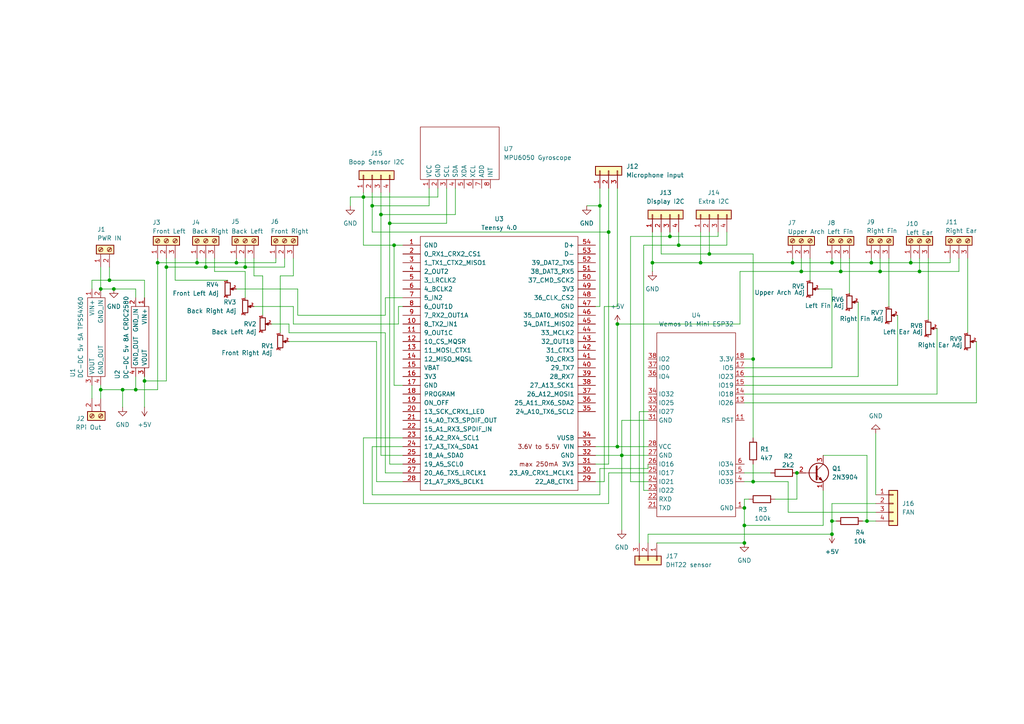
<source format=kicad_sch>
(kicad_sch (version 20250114) (generator "eeschema") (generator_version "9.0")
  (paper "A4")
  (lib_symbols
    (symbol "Aliexpress:DC_DC_5V_5A_TPS54X60"
      (property "Reference" "U" (at 0 1.27 0))
      (property "Value" "DC-DC 5v 5A TPS54X60" (at 1.27 -7.62 0))
      (symbol "DC_DC_5V_5A_TPS54X60_0_1"
        (rectangle (start -11.43 2.54) (end 11.43 -2.54))
      )
      (symbol "DC_DC_5V_5A_TPS54X60_1_1"
        (pin power_in line (at -13.97 1.27 0) (length 2.54) (name "GND_IN") (number "2"))
        (pin power_in line (at -13.97 -1.27 0) (length 2.54) (name "VIN+") (number "1"))
        (pin passive line (at 13.97 1.27 180) (length 2.54) (name "GND_OUT") (number "4"))
        (pin power_out line (at 13.97 -1.27 180) (length 2.54) (name "VOUT") (number "3"))
      )
    )
    (symbol "Aliexpress:DC_DC_5V_8A_CRDC2580"
      (property "Reference" "U" (at 0 1.27 0))
      (property "Value" "DC-DC 5v 8A CRDC2580" (at 1.27 -7.62 0))
      (symbol "DC_DC_5V_8A_CRDC2580_0_1"
        (rectangle (start -8.89 2.54) (end 8.89 -2.54))
      )
      (symbol "DC_DC_5V_8A_CRDC2580_1_1"
        (pin power_in line (at -11.43 1.27 0) (length 2.54) (name "VIN+") (number "1"))
        (pin power_in line (at -11.43 -1.27 0) (length 2.54) (name "GND_IN") (number "2"))
        (pin power_out line (at 11.43 1.27 180) (length 2.54) (name "VOUT") (number "3"))
        (pin passive line (at 11.43 -1.27 180) (length 2.54) (name "GND_OUT") (number "4"))
      )
    )
    (symbol "Aliexpress:ESP32_MIN132_V_1_0_0"
      (property "Reference" "U" (at 0 0 0))
      (property "Value" "ESP32 Mini" (at 0 -2.032 0))
      (symbol "ESP32_MIN132_V_1_0_0_0_1"
        (rectangle (start -11.43 25.4) (end 11.43 -27.94))
      )
      (symbol "ESP32_MIN132_V_1_0_0_1_1"
        (pin power_in line (at -13.97 22.86 0) (length 2.54) (name "GND") (number "1"))
        (pin no_connect line (at -13.97 20.32 0) (length 2.54) (hide yes) (name "NC") (number "2"))
        (pin input line (at -13.97 17.78 0) (length 2.54) (hide yes) (name "SVN") (number "3"))
        (pin bidirectional line (at -13.97 15.24 0) (length 2.54) (name "IO35") (number "4"))
        (pin bidirectional line (at -13.97 12.7 0) (length 2.54) (name "IO33") (number "5"))
        (pin bidirectional line (at -13.97 10.16 0) (length 2.54) (name "IO34") (number "6"))
        (pin bidirectional line (at -13.97 7.62 0) (length 2.54) (hide yes) (name "TMS") (number "7"))
        (pin passive line (at -13.97 5.08 0) (length 2.54) (hide yes) (name "NC") (number "8"))
        (pin bidirectional line (at -13.97 2.54 0) (length 2.54) (hide yes) (name "SD2") (number "9"))
        (pin input line (at -13.97 0 0) (length 2.54) (hide yes) (name "CMD") (number "10"))
        (pin input line (at -13.97 -2.54 0) (length 2.54) (name "RST") (number "11"))
        (pin input line (at -13.97 -5.08 0) (length 2.54) (hide yes) (name "SVP") (number "12"))
        (pin bidirectional line (at -13.97 -7.62 0) (length 2.54) (name "IO26") (number "13"))
        (pin bidirectional line (at -13.97 -10.16 0) (length 2.54) (name "IO18") (number "14"))
        (pin bidirectional line (at -13.97 -12.7 0) (length 2.54) (name "IO19") (number "15"))
        (pin bidirectional line (at -13.97 -15.24 0) (length 2.54) (name "IO23") (number "16"))
        (pin bidirectional line (at -13.97 -17.78 0) (length 2.54) (name "IO5") (number "17"))
        (pin power_out line (at -13.97 -20.32 0) (length 2.54) (name "3.3V") (number "18"))
        (pin bidirectional line (at -13.97 -22.86 0) (length 2.54) (hide yes) (name "TCK") (number "19"))
        (pin bidirectional line (at -13.97 -25.4 0) (length 2.54) (hide yes) (name "SD3") (number "20"))
        (pin output line (at 13.97 22.86 180) (length 2.54) (name "TXD") (number "21"))
        (pin input line (at 13.97 20.32 180) (length 2.54) (name "RXD") (number "22"))
        (pin bidirectional line (at 13.97 17.78 180) (length 2.54) (name "IO22") (number "23"))
        (pin bidirectional line (at 13.97 15.24 180) (length 2.54) (name "IO21") (number "24"))
        (pin bidirectional line (at 13.97 12.7 180) (length 2.54) (name "IO17") (number "25"))
        (pin bidirectional line (at 13.97 10.16 180) (length 2.54) (name "IO16") (number "26"))
        (pin power_in line (at 13.97 7.62 180) (length 2.54) (name "GND") (number "27"))
        (pin power_in line (at 13.97 5.08 180) (length 2.54) (name "VCC") (number "28"))
        (pin bidirectional line (at 13.97 2.54 180) (length 2.54) (hide yes) (name "TDO") (number "29"))
        (pin bidirectional line (at 13.97 0 180) (length 2.54) (hide yes) (name "SDD") (number "30"))
        (pin power_in line (at 13.97 -2.54 180) (length 2.54) (name "GND") (number "31"))
        (pin bidirectional line (at 13.97 -5.08 180) (length 2.54) (name "IO27") (number "32"))
        (pin bidirectional line (at 13.97 -7.62 180) (length 2.54) (name "IO25") (number "33"))
        (pin bidirectional line (at 13.97 -10.16 180) (length 2.54) (name "IO32") (number "34"))
        (pin bidirectional line (at 13.97 -12.7 180) (length 2.54) (hide yes) (name "TDI") (number "35"))
        (pin bidirectional line (at 13.97 -15.24 180) (length 2.54) (name "IO4") (number "36"))
        (pin bidirectional line (at 13.97 -17.78 180) (length 2.54) (name "IO0") (number "37"))
        (pin bidirectional line (at 13.97 -20.32 180) (length 2.54) (name "IO2") (number "38"))
        (pin bidirectional line (at 13.97 -22.86 180) (length 2.54) (hide yes) (name "SD1") (number "39"))
        (pin output line (at 13.97 -25.4 180) (length 2.54) (hide yes) (name "CLK") (number "40"))
      )
    )
    (symbol "Aliexpress:GYRO_MPU6050"
      (property "Reference" "U" (at 0 0 0))
      (property "Value" "MPU6050 Gyroscope" (at 0.508 -13.462 0))
      (symbol "GYRO_MPU6050_0_1"
        (rectangle (start -7.62 11.43) (end 7.62 -11.43))
      )
      (symbol "GYRO_MPU6050_1_1"
        (pin power_in line (at -10.16 8.89 0) (length 2.54) (name "VCC") (number "1"))
        (pin power_in line (at -10.16 6.35 0) (length 2.54) (name "GND") (number "2"))
        (pin input line (at -10.16 3.81 0) (length 2.54) (name "SCL") (number "3"))
        (pin bidirectional line (at -10.16 1.27 0) (length 2.54) (name "SDA") (number "4"))
        (pin bidirectional line (at -10.16 -1.27 0) (length 2.54) (name "XDA") (number "5"))
        (pin input line (at -10.16 -3.81 0) (length 2.54) (name "XCL") (number "6"))
        (pin input line (at -10.16 -6.35 0) (length 2.54) (name "ADD") (number "7"))
        (pin output line (at -10.16 -8.89 0) (length 2.54) (name "INT") (number "8"))
      )
    )
    (symbol "Aliexpress:TEENSY_4_0" (pin_names (offset 1.016))
      (property "Reference" "U" (at 0 39.37 0))
      (property "Value" "TEENSY_4_0" (at 0 -39.37 0))
      (symbol "TEENSY_4_0_0_0"
        (text "3.6V to 5.5V" (at 11.43 -24.13 0) (effects (font (size 1.27 1.27))))
        (text "max 250mA" (at 11.43 -29.21 0) (effects (font (size 1.27 1.27))))
        (pin bidirectional line (at -27.94 24.13 0) (length 5.08) (name "3_LRCLK2") (number "5"))
        (pin bidirectional line (at -27.94 21.59 0) (length 5.08) (name "4_BCLK2") (number "6"))
        (pin bidirectional line (at -27.94 19.05 0) (length 5.08) (name "5_IN2") (number "7"))
        (pin bidirectional line (at -27.94 16.51 0) (length 5.08) (name "6_OUT1D") (number "8"))
        (pin bidirectional line (at -27.94 13.97 0) (length 5.08) (name "7_RX2_OUT1A") (number "9"))
        (pin bidirectional line (at -27.94 11.43 0) (length 5.08) (name "8_TX2_IN1") (number "10"))
        (pin bidirectional line (at -27.94 8.89 0) (length 5.08) (name "9_OUT1C") (number "11"))
        (pin bidirectional line (at -27.94 6.35 0) (length 5.08) (name "10_CS_MQSR") (number "12"))
        (pin bidirectional line (at -27.94 3.81 0) (length 5.08) (name "11_MOSI_CTX1") (number "13"))
        (pin bidirectional line (at -27.94 1.27 0) (length 5.08) (name "12_MISO_MQSL") (number "14"))
        (pin power_in line (at -27.94 -1.27 0) (length 5.08) (name "VBAT") (number "15"))
        (pin power_in line (at -27.94 -3.81 0) (length 5.08) (name "3V3") (number "16"))
        (pin power_in line (at -27.94 -6.35 0) (length 5.08) (name "GND") (number "17"))
        (pin input line (at -27.94 -8.89 0) (length 5.08) (name "PROGRAM") (number "18"))
        (pin input line (at -27.94 -11.43 0) (length 5.08) (name "ON_OFF") (number "19"))
        (pin bidirectional line (at -27.94 -13.97 0) (length 5.08) (name "13_SCK_CRX1_LED") (number "20"))
        (pin bidirectional line (at -27.94 -16.51 0) (length 5.08) (name "14_A0_TX3_SPDIF_OUT") (number "21"))
        (pin bidirectional line (at -27.94 -19.05 0) (length 5.08) (name "15_A1_RX3_SPDIF_IN") (number "22"))
        (pin bidirectional line (at -27.94 -21.59 0) (length 5.08) (name "16_A2_RX4_SCL1") (number "23"))
        (pin bidirectional line (at -27.94 -24.13 0) (length 5.08) (name "17_A3_TX4_SDA1") (number "24"))
        (pin bidirectional line (at -27.94 -26.67 0) (length 5.08) (name "18_A4_SDA0") (number "25"))
        (pin bidirectional line (at -27.94 -29.21 0) (length 5.08) (name "19_A5_SCL0") (number "26"))
        (pin bidirectional line (at -27.94 -31.75 0) (length 5.08) (name "20_A6_TX5_LRCLK1") (number "27"))
        (pin bidirectional line (at -27.94 -34.29 0) (length 5.08) (name "21_A7_RX5_BCLK1") (number "28"))
        (pin bidirectional line (at 27.94 34.29 180) (length 5.08) (name "D+") (number "54"))
        (pin bidirectional line (at 27.94 31.75 180) (length 5.08) (name "D-") (number "53"))
        (pin bidirectional line (at 27.94 29.21 180) (length 5.08) (name "39_DAT2_TX5") (number "52"))
        (pin bidirectional line (at 27.94 26.67 180) (length 5.08) (name "38_DAT3_RX5") (number "51"))
        (pin bidirectional line (at 27.94 24.13 180) (length 5.08) (name "37_CMD_SCK2") (number "50"))
        (pin power_out line (at 27.94 21.59 180) (length 5.08) (name "3V3") (number "49"))
        (pin bidirectional line (at 27.94 19.05 180) (length 5.08) (name "36_CLK_CS2") (number "48"))
        (pin power_out line (at 27.94 16.51 180) (length 5.08) (name "GND") (number "47"))
        (pin bidirectional line (at 27.94 13.97 180) (length 5.08) (name "35_DAT0_MOSI2") (number "46"))
        (pin bidirectional line (at 27.94 11.43 180) (length 5.08) (name "34_DAT1_MISO2") (number "45"))
        (pin bidirectional line (at 27.94 8.89 180) (length 5.08) (name "33_MCLK2") (number "44"))
        (pin bidirectional line (at 27.94 6.35 180) (length 5.08) (name "32_OUT1B") (number "43"))
        (pin bidirectional line (at 27.94 3.81 180) (length 5.08) (name "31_CTX3") (number "42"))
        (pin bidirectional line (at 27.94 1.27 180) (length 5.08) (name "30_CRX3") (number "41"))
        (pin bidirectional line (at 27.94 -1.27 180) (length 5.08) (name "29_TX7") (number "40"))
        (pin bidirectional line (at 27.94 -3.81 180) (length 5.08) (name "28_RX7") (number "39"))
        (pin bidirectional line (at 27.94 -6.35 180) (length 5.08) (name "27_A13_SCK1") (number "38"))
        (pin bidirectional line (at 27.94 -8.89 180) (length 5.08) (name "26_A12_MOSI1") (number "37"))
        (pin bidirectional line (at 27.94 -11.43 180) (length 5.08) (name "25_A11_RX6_SDA2") (number "36"))
        (pin bidirectional line (at 27.94 -13.97 180) (length 5.08) (name "24_A10_TX6_SCL2") (number "35"))
        (pin power_out line (at 27.94 -21.59 180) (length 5.08) (name "VUSB") (number "34"))
        (pin power_in line (at 27.94 -24.13 180) (length 5.08) (name "VIN") (number "33"))
        (pin power_in line (at 27.94 -26.67 180) (length 5.08) (name "GND") (number "32"))
        (pin power_out line (at 27.94 -29.21 180) (length 5.08) (name "3V3") (number "31"))
        (pin bidirectional line (at 27.94 -31.75 180) (length 5.08) (name "23_A9_CRX1_MCLK1") (number "30"))
        (pin bidirectional line (at 27.94 -34.29 180) (length 5.08) (name "22_A8_CTX1") (number "29"))
      )
      (symbol "TEENSY_4_0_0_1"
        (rectangle (start -22.86 36.83) (end 22.86 -36.83))
        (rectangle (start -20.32 -31.75) (end -20.32 -31.75))
      )
      (symbol "TEENSY_4_0_1_1"
        (pin power_in line (at -27.94 34.29 0) (length 5.08) (name "GND") (number "1"))
        (pin bidirectional line (at -27.94 31.75 0) (length 5.08) (name "0_RX1_CRX2_CS1") (number "2"))
        (pin bidirectional line (at -27.94 29.21 0) (length 5.08) (name "1_TX1_CTX2_MISO1") (number "3"))
        (pin bidirectional line (at -27.94 26.67 0) (length 5.08) (name "2_OUT2") (number "4"))
      )
    )
    (symbol "Connector:Screw_Terminal_01x02" (pin_names (offset 1.016) (hide yes))
      (property "Reference" "J" (at 0 2.54 0))
      (property "Value" "Screw_Terminal_01x02" (at 0 -5.08 0))
      (symbol "Screw_Terminal_01x02_1_1"
        (rectangle (start -1.27 1.27) (end 1.27 -3.81) (stroke (width 0.254)) (fill (type background)))
        (polyline (pts (xy -0.5334 0.3302) (xy 0.3302 -0.508)) (stroke (width 0.1524)))
        (polyline (pts (xy -0.5334 -2.2098) (xy 0.3302 -3.048)) (stroke (width 0.1524)))
        (polyline (pts (xy -0.3556 0.508) (xy 0.508 -0.3302)) (stroke (width 0.1524)))
        (polyline (pts (xy -0.3556 -2.032) (xy 0.508 -2.8702)) (stroke (width 0.1524)))
        (circle (center 0 0) (radius 0.635) (stroke (width 0.1524)))
        (circle (center 0 -2.54) (radius 0.635) (stroke (width 0.1524)))
        (pin passive line (at -5.08 0 0) (length 3.81) (name "Pin_1") (number "1"))
        (pin passive line (at -5.08 -2.54 0) (length 3.81) (name "Pin_2") (number "2"))
      )
    )
    (symbol "Connector:Screw_Terminal_01x03" (pin_names (offset 1.016) (hide yes))
      (property "Reference" "J" (at 0 5.08 0))
      (property "Value" "Screw_Terminal_01x03" (at 0 -5.08 0))
      (symbol "Screw_Terminal_01x03_1_1"
        (rectangle (start -1.27 3.81) (end 1.27 -3.81) (stroke (width 0.254)) (fill (type background)))
        (polyline (pts (xy -0.5334 2.8702) (xy 0.3302 2.032)) (stroke (width 0.1524)))
        (polyline (pts (xy -0.5334 0.3302) (xy 0.3302 -0.508)) (stroke (width 0.1524)))
        (polyline (pts (xy -0.5334 -2.2098) (xy 0.3302 -3.048)) (stroke (width 0.1524)))
        (polyline (pts (xy -0.3556 3.048) (xy 0.508 2.2098)) (stroke (width 0.1524)))
        (polyline (pts (xy -0.3556 0.508) (xy 0.508 -0.3302)) (stroke (width 0.1524)))
        (polyline (pts (xy -0.3556 -2.032) (xy 0.508 -2.8702)) (stroke (width 0.1524)))
        (circle (center 0 2.54) (radius 0.635) (stroke (width 0.1524)))
        (circle (center 0 0) (radius 0.635) (stroke (width 0.1524)))
        (circle (center 0 -2.54) (radius 0.635) (stroke (width 0.1524)))
        (pin passive line (at -5.08 2.54 0) (length 3.81) (name "Pin_1") (number "1"))
        (pin passive line (at -5.08 0 0) (length 3.81) (name "Pin_2") (number "2"))
        (pin passive line (at -5.08 -2.54 0) (length 3.81) (name "Pin_3") (number "3"))
      )
    )
    (symbol "Connector_Generic:Conn_01x03" (pin_names (offset 1.016) (hide yes))
      (property "Reference" "J" (at 0 5.08 0))
      (property "Value" "Conn_01x03" (at 0 -5.08 0))
      (symbol "Conn_01x03_1_1"
        (rectangle (start -1.27 3.81) (end 1.27 -3.81) (stroke (width 0.254)) (fill (type background)))
        (rectangle (start -1.27 2.667) (end 0 2.413) (stroke (width 0.1524)))
        (rectangle (start -1.27 0.127) (end 0 -0.127) (stroke (width 0.1524)))
        (rectangle (start -1.27 -2.413) (end 0 -2.667) (stroke (width 0.1524)))
        (pin passive line (at -5.08 2.54 0) (length 3.81) (name "Pin_1") (number "1"))
        (pin passive line (at -5.08 0 0) (length 3.81) (name "Pin_2") (number "2"))
        (pin passive line (at -5.08 -2.54 0) (length 3.81) (name "Pin_3") (number "3"))
      )
    )
    (symbol "Connector_Generic:Conn_01x04" (pin_names (offset 1.016) (hide yes))
      (property "Reference" "J" (at 0 5.08 0))
      (property "Value" "Conn_01x04" (at 0 -7.62 0))
      (symbol "Conn_01x04_1_1"
        (rectangle (start -1.27 3.81) (end 1.27 -6.35) (stroke (width 0.254)) (fill (type background)))
        (rectangle (start -1.27 2.667) (end 0 2.413) (stroke (width 0.1524)))
        (rectangle (start -1.27 0.127) (end 0 -0.127) (stroke (width 0.1524)))
        (rectangle (start -1.27 -2.413) (end 0 -2.667) (stroke (width 0.1524)))
        (rectangle (start -1.27 -4.953) (end 0 -5.207) (stroke (width 0.1524)))
        (pin passive line (at -5.08 2.54 0) (length 3.81) (name "Pin_1") (number "1"))
        (pin passive line (at -5.08 0 0) (length 3.81) (name "Pin_2") (number "2"))
        (pin passive line (at -5.08 -2.54 0) (length 3.81) (name "Pin_3") (number "3"))
        (pin passive line (at -5.08 -5.08 0) (length 3.81) (name "Pin_4") (number "4"))
      )
    )
    (symbol "Device:R" (pin_numbers (hide yes)) (pin_names (offset 0))
      (property "Reference" "R" (at 2.032 0 90))
      (property "Value" "R" (at 0 0 90))
      (symbol "R_0_1"
        (rectangle (start -1.016 -2.54) (end 1.016 2.54) (stroke (width 0.254)))
      )
      (symbol "R_1_1"
        (pin passive line (at 0 3.81 270) (length 1.27) (name "~") (number "1"))
        (pin passive line (at 0 -3.81 90) (length 1.27) (name "~") (number "2"))
      )
    )
    (symbol "Device:R_Potentiometer_Small" (pin_names (offset 1.016) (hide yes))
      (property "Reference" "RV" (at -4.445 0 90))
      (property "Value" "R_Potentiometer_Small" (at -2.54 0 90))
      (symbol "R_Potentiometer_Small_0_1"
        (rectangle (start 0.762 1.8034) (end -0.762 -1.8034) (stroke (width 0.254)))
        (polyline (pts (xy 0.889 0) (xy 0.635 0) (xy 1.651 0.381) (xy 1.651 -0.381) (xy 0.635 0) (xy 0.889 0)) (fill (type outline)))
      )
      (symbol "R_Potentiometer_Small_1_1"
        (pin passive line (at 0 2.54 270) (length 0.635) (name "1") (number "1"))
        (pin passive line (at 0 -2.54 90) (length 0.635) (name "3") (number "3"))
        (pin passive line (at 2.54 0 180) (length 0.9906) (name "2") (number "2"))
      )
    )
    (symbol "Transistor_BJT:2N3904" (pin_names (offset 0) (hide yes))
      (property "Reference" "Q" (at 5.08 1.905 0))
      (property "Value" "2N3904" (at 5.08 0 0))
      (symbol "2N3904_0_1"
        (polyline (pts (xy -2.54 0) (xy 0.635 0)))
        (polyline (pts (xy 0.635 1.905) (xy 0.635 -1.905)) (stroke (width 0.508)))
        (circle (center 1.27 0) (radius 2.8194) (stroke (width 0.254)))
      )
      (symbol "2N3904_1_1"
        (polyline (pts (xy 0.635 0.635) (xy 2.54 2.54)))
        (polyline (pts (xy 0.635 -0.635) (xy 2.54 -2.54)))
        (polyline (pts (xy 1.27 -1.778) (xy 1.778 -1.27) (xy 2.286 -2.286) (xy 1.27 -1.778)) (fill (type outline)))
        (pin input line (at -5.08 0 0) (length 2.54) (name "B") (number "2"))
        (pin passive line (at 2.54 5.08 270) (length 2.54) (name "C") (number "3"))
        (pin passive line (at 2.54 -5.08 90) (length 2.54) (name "E") (number "1"))
      )
    )
    (symbol "power:+5V" (power) (pin_numbers (hide yes)) (pin_names (offset 0) (hide yes))
      (property "Value" "+5V" (at 0 3.556 0))
      (symbol "+5V_0_1"
        (polyline (pts (xy -0.762 1.27) (xy 0 2.54)))
        (polyline (pts (xy 0 2.54) (xy 0.762 1.27)))
        (polyline (pts (xy 0 0) (xy 0 2.54)))
      )
      (symbol "+5V_1_1"
        (pin power_in line (at 0 0 90) (length 0) (name "~") (number "1"))
      )
    )
    (symbol "power:GND" (power) (pin_numbers (hide yes)) (pin_names (offset 0) (hide yes))
      (property "Value" "GND" (at 0 -3.81 0))
      (symbol "GND_0_1"
        (polyline (pts (xy 0 0) (xy 0 -1.27) (xy 1.27 -1.27) (xy 0 -2.54) (xy -1.27 -1.27) (xy 0 -1.27)))
      )
      (symbol "GND_1_1"
        (pin power_in line (at 0 0 270) (length 0) (name "~") (number "1"))
      )
    )
  )
  (junction (at 215.9 157.48))
  (junction (at 179.07 129.54))
  (junction (at 107.95 59.69))
  (junction (at 215.9 147.32))
  (junction (at 229.87 76.2))
  (junction (at 255.27 78.74))
  (junction (at 31.75 81.28))
  (junction (at 264.16 76.2))
  (junction (at 232.41 78.74))
  (junction (at 251.46 151.13))
  (junction (at 29.21 83.82))
  (junction (at 241.3 76.2))
  (junction (at 110.49 62.23))
  (junction (at 39.37 113.03))
  (junction (at 45.72 76.2))
  (junction (at 252.73 76.2))
  (junction (at 35.56 113.03))
  (junction (at 71.12 77.47))
  (junction (at 241.3 154.94))
  (junction (at 194.31 68.58))
  (junction (at 59.69 77.47))
  (junction (at 189.23 76.2))
  (junction (at 243.84 78.74))
  (junction (at 68.58 76.2))
  (junction (at 29.21 113.03))
  (junction (at 41.91 110.49))
  (junction (at 176.53 67.31))
  (junction (at 218.44 139.7))
  (junction (at 179.07 93.98))
  (junction (at 33.02 83.82))
  (junction (at 57.15 76.2))
  (junction (at 218.44 104.14))
  (junction (at 196.85 71.12))
  (junction (at 205.74 73.66))
  (junction (at 215.9 152.4))
  (junction (at 114.3 71.12))
  (junction (at 203.2 76.2))
  (junction (at 105.41 57.15))
  (junction (at 180.34 132.08))
  (junction (at 231.14 137.16))
  (junction (at 266.7 78.74))
  (junction (at 48.26 77.47))
  (junction (at 173.99 59.69))
  (junction (at 241.3 151.13))
  (junction (at 113.03 64.77))
  (wire (pts (xy 194.31 68.58) (xy 194.31 67.31)))
  (wire (pts (xy 111.76 96.52) (xy 111.76 137.16)))
  (wire (pts (xy 208.28 68.58) (xy 208.28 67.31)))
  (wire (pts (xy 205.74 73.66) (xy 205.74 67.31)))
  (wire (pts (xy 80.01 76.2) (xy 80.01 74.93)))
  (wire (pts (xy 132.08 62.23) (xy 132.08 54.61)))
  (wire (pts (xy 45.72 74.93) (xy 45.72 76.2)))
  (wire (pts (xy 113.03 64.77) (xy 113.03 134.62)))
  (wire (pts (xy 48.26 77.47) (xy 59.69 77.47)))
  (wire (pts (xy 187.96 135.89) (xy 187.96 134.62)))
  (wire (pts (xy 269.24 74.93) (xy 269.24 92.71)))
  (wire (pts (xy 41.91 118.11) (xy 41.91 110.49)))
  (wire (pts (xy 68.58 76.2) (xy 80.01 76.2)))
  (wire (pts (xy 114.3 71.12) (xy 105.41 71.12)))
  (wire (pts (xy 251.46 132.08) (xy 251.46 151.13)))
  (wire (pts (xy 175.26 88.9) (xy 179.07 88.9)))
  (wire (pts (xy 86.36 91.44) (xy 111.76 91.44)))
  (wire (pts (xy 35.56 113.03) (xy 39.37 113.03)))
  (wire (pts (xy 255.27 78.74) (xy 255.27 74.93)))
  (wire (pts (xy 109.22 139.7) (xy 109.22 99.06)))
  (wire (pts (xy 83.82 93.98) (xy 78.74 93.98)))
  (wire (pts (xy 214.63 78.74) (xy 214.63 93.98)))
  (wire (pts (xy 111.76 137.16) (xy 116.84 137.16)))
  (wire (pts (xy 215.9 109.22) (xy 248.92 109.22)))
  (wire (pts (xy 215.9 111.76) (xy 260.35 111.76)))
  (wire (pts (xy 215.9 116.84) (xy 283.21 116.84)))
  (wire (pts (xy 215.9 104.14) (xy 218.44 104.14)))
  (wire (pts (xy 81.28 80.01) (xy 81.28 96.52)))
  (wire (pts (xy 280.67 74.93) (xy 280.67 96.52)))
  (wire (pts (xy 41.91 86.36) (xy 41.91 81.28)))
  (wire (pts (xy 242.57 151.13) (xy 241.3 151.13)))
  (wire (pts (xy 114.3 111.76) (xy 114.3 71.12)))
  (wire (pts (xy 252.73 76.2) (xy 252.73 74.93)))
  (wire (pts (xy 29.21 113.03) (xy 29.21 115.57)))
  (wire (pts (xy 179.07 129.54) (xy 179.07 93.98)))
  (wire (pts (xy 41.91 110.49) (xy 48.26 110.49)))
  (wire (pts (xy 241.3 83.82) (xy 237.49 83.82)))
  (wire (pts (xy 48.26 77.47) (xy 48.26 110.49)))
  (wire (pts (xy 129.54 64.77) (xy 113.03 64.77)))
  (wire (pts (xy 271.78 95.25) (xy 271.78 114.3)))
  (wire (pts (xy 215.9 152.4) (xy 215.9 157.48)))
  (wire (pts (xy 115.57 88.9) (xy 116.84 88.9)))
  (wire (pts (xy 215.9 114.3) (xy 271.78 114.3)))
  (wire (pts (xy 110.49 132.08) (xy 116.84 132.08)))
  (wire (pts (xy 29.21 111.76) (xy 29.21 113.03)))
  (wire (pts (xy 215.9 144.78) (xy 215.9 147.32)))
  (wire (pts (xy 107.95 55.88) (xy 107.95 59.69)))
  (wire (pts (xy 59.69 77.47) (xy 71.12 77.47)))
  (wire (pts (xy 66.04 81.28) (xy 50.8 81.28)))
  (wire (pts (xy 110.49 55.88) (xy 110.49 62.23)))
  (wire (pts (xy 85.09 80.01) (xy 85.09 74.93)))
  (wire (pts (xy 45.72 76.2) (xy 45.72 113.03)))
  (wire (pts (xy 62.23 78.74) (xy 62.23 74.93)))
  (wire (pts (xy 264.16 76.2) (xy 264.16 74.93)))
  (wire (pts (xy 179.07 93.98) (xy 214.63 93.98)))
  (wire (pts (xy 180.34 121.92) (xy 180.34 132.08)))
  (wire (pts (xy 113.03 55.88) (xy 113.03 64.77)))
  (wire (pts (xy 111.76 86.36) (xy 111.76 91.44)))
  (wire (pts (xy 187.96 142.24) (xy 186.69 142.24)))
  (wire (pts (xy 241.3 146.05) (xy 241.3 151.13)))
  (wire (pts (xy 76.2 91.44) (xy 76.2 80.01)))
  (wire (pts (xy 203.2 67.31) (xy 203.2 76.2)))
  (wire (pts (xy 39.37 86.36) (xy 39.37 83.82)))
  (wire (pts (xy 186.69 142.24) (xy 186.69 71.12)))
  (wire (pts (xy 176.53 67.31) (xy 176.53 134.62)))
  (wire (pts (xy 33.02 83.82) (xy 39.37 83.82)))
  (wire (pts (xy 179.07 88.9) (xy 179.07 54.61)))
  (wire (pts (xy 241.3 76.2) (xy 252.73 76.2)))
  (wire (pts (xy 29.21 77.47) (xy 29.21 83.82)))
  (wire (pts (xy 173.99 59.69) (xy 173.99 88.9)))
  (wire (pts (xy 110.49 62.23) (xy 132.08 62.23)))
  (wire (pts (xy 205.74 73.66) (xy 218.44 73.66)))
  (wire (pts (xy 109.22 139.7) (xy 116.84 139.7)))
  (wire (pts (xy 185.42 119.38) (xy 185.42 157.48)))
  (wire (pts (xy 57.15 76.2) (xy 57.15 74.93)))
  (wire (pts (xy 191.77 73.66) (xy 191.77 67.31)))
  (wire (pts (xy 176.53 134.62) (xy 172.72 134.62)))
  (wire (pts (xy 238.76 142.24) (xy 238.76 152.4)))
  (wire (pts (xy 218.44 139.7) (xy 218.44 134.62)))
  (wire (pts (xy 243.84 78.74) (xy 255.27 78.74)))
  (wire (pts (xy 172.72 132.08) (xy 180.34 132.08)))
  (wire (pts (xy 82.55 77.47) (xy 82.55 74.93)))
  (wire (pts (xy 57.15 76.2) (xy 68.58 76.2)))
  (wire (pts (xy 190.5 157.48) (xy 215.9 157.48)))
  (wire (pts (xy 85.09 93.98) (xy 115.57 93.98)))
  (wire (pts (xy 59.69 77.47) (xy 59.69 74.93)))
  (wire (pts (xy 173.99 135.89) (xy 187.96 135.89)))
  (wire (pts (xy 187.96 139.7) (xy 182.88 139.7)))
  (wire (pts (xy 229.87 76.2) (xy 229.87 74.93)))
  (wire (pts (xy 41.91 110.49) (xy 41.91 109.22)))
  (wire (pts (xy 26.67 83.82) (xy 26.67 81.28)))
  (wire (pts (xy 182.88 68.58) (xy 194.31 68.58)))
  (wire (pts (xy 48.26 74.93) (xy 48.26 77.47)))
  (wire (pts (xy 115.57 93.98) (xy 115.57 88.9)))
  (wire (pts (xy 127 57.15) (xy 127 54.61)))
  (wire (pts (xy 210.82 71.12) (xy 210.82 67.31)))
  (wire (pts (xy 176.53 54.61) (xy 176.53 67.31)))
  (wire (pts (xy 107.95 67.31) (xy 176.53 67.31)))
  (wire (pts (xy 116.84 111.76) (xy 114.3 111.76)))
  (wire (pts (xy 215.9 137.16) (xy 223.52 137.16)))
  (wire (pts (xy 275.59 76.2) (xy 275.59 74.93)))
  (wire (pts (xy 81.28 80.01) (xy 85.09 80.01)))
  (wire (pts (xy 29.21 113.03) (xy 35.56 113.03)))
  (wire (pts (xy 29.21 83.82) (xy 33.02 83.82)))
  (wire (pts (xy 252.73 76.2) (xy 264.16 76.2)))
  (wire (pts (xy 264.16 76.2) (xy 275.59 76.2)))
  (wire (pts (xy 73.66 80.01) (xy 76.2 80.01)))
  (wire (pts (xy 180.34 132.08) (xy 180.34 153.67)))
  (wire (pts (xy 238.76 152.4) (xy 215.9 152.4)))
  (wire (pts (xy 232.41 74.93) (xy 232.41 78.74)))
  (wire (pts (xy 83.82 96.52) (xy 83.82 93.98)))
  (wire (pts (xy 101.6 59.69) (xy 101.6 57.15)))
  (wire (pts (xy 35.56 118.11) (xy 35.56 113.03)))
  (wire (pts (xy 250.19 151.13) (xy 251.46 151.13)))
  (wire (pts (xy 176.53 146.05) (xy 105.41 146.05)))
  (wire (pts (xy 215.9 139.7) (xy 218.44 139.7)))
  (wire (pts (xy 266.7 78.74) (xy 266.7 74.93)))
  (wire (pts (xy 186.69 71.12) (xy 196.85 71.12)))
  (wire (pts (xy 182.88 139.7) (xy 182.88 68.58)))
  (wire (pts (xy 191.77 73.66) (xy 205.74 73.66)))
  (wire (pts (xy 246.38 74.93) (xy 246.38 85.09)))
  (wire (pts (xy 254 125.73) (xy 254 143.51)))
  (wire (pts (xy 83.82 99.06) (xy 109.22 99.06)))
  (wire (pts (xy 50.8 81.28) (xy 50.8 74.93)))
  (wire (pts (xy 39.37 113.03) (xy 39.37 109.22)))
  (wire (pts (xy 105.41 146.05) (xy 105.41 127)))
  (wire (pts (xy 241.3 146.05) (xy 254 146.05)))
  (wire (pts (xy 257.81 74.93) (xy 257.81 88.9)))
  (wire (pts (xy 26.67 81.28) (xy 31.75 81.28)))
  (wire (pts (xy 45.72 76.2) (xy 57.15 76.2)))
  (wire (pts (xy 194.31 68.58) (xy 208.28 68.58)))
  (wire (pts (xy 255.27 78.74) (xy 266.7 78.74)))
  (wire (pts (xy 73.66 80.01) (xy 73.66 74.93)))
  (wire (pts (xy 241.3 76.2) (xy 241.3 74.93)))
  (wire (pts (xy 124.46 59.69) (xy 107.95 59.69)))
  (wire (pts (xy 124.46 54.61) (xy 124.46 59.69)))
  (wire (pts (xy 232.41 78.74) (xy 243.84 78.74)))
  (wire (pts (xy 129.54 54.61) (xy 129.54 64.77)))
  (wire (pts (xy 71.12 78.74) (xy 62.23 78.74)))
  (wire (pts (xy 215.9 147.32) (xy 215.9 152.4)))
  (wire (pts (xy 179.07 129.54) (xy 187.96 129.54)))
  (wire (pts (xy 71.12 86.36) (xy 71.12 78.74)))
  (wire (pts (xy 232.41 78.74) (xy 214.63 78.74)))
  (wire (pts (xy 180.34 132.08) (xy 187.96 132.08)))
  (wire (pts (xy 107.95 143.51) (xy 107.95 129.54)))
  (wire (pts (xy 187.96 121.92) (xy 180.34 121.92)))
  (wire (pts (xy 187.96 137.16) (xy 176.53 137.16)))
  (wire (pts (xy 241.3 106.68) (xy 241.3 83.82)))
  (wire (pts (xy 68.58 83.82) (xy 86.36 83.82)))
  (wire (pts (xy 248.92 87.63) (xy 248.92 109.22)))
  (wire (pts (xy 189.23 67.31) (xy 189.23 76.2)))
  (wire (pts (xy 241.3 154.94) (xy 187.96 154.94)))
  (wire (pts (xy 234.95 74.93) (xy 234.95 81.28)))
  (wire (pts (xy 105.41 57.15) (xy 105.41 71.12)))
  (wire (pts (xy 189.23 76.2) (xy 203.2 76.2)))
  (wire (pts (xy 107.95 129.54) (xy 116.84 129.54)))
  (wire (pts (xy 176.53 137.16) (xy 176.53 146.05)))
  (wire (pts (xy 26.67 115.57) (xy 26.67 111.76)))
  (wire (pts (xy 83.82 96.52) (xy 111.76 96.52)))
  (wire (pts (xy 260.35 91.44) (xy 260.35 111.76)))
  (wire (pts (xy 172.72 88.9) (xy 173.99 88.9)))
  (wire (pts (xy 231.14 144.78) (xy 224.79 144.78)))
  (wire (pts (xy 218.44 139.7) (xy 228.6 139.7)))
  (wire (pts (xy 251.46 151.13) (xy 254 151.13)))
  (wire (pts (xy 105.41 127) (xy 116.84 127)))
  (wire (pts (xy 86.36 83.82) (xy 86.36 91.44)))
  (wire (pts (xy 238.76 132.08) (xy 251.46 132.08)))
  (wire (pts (xy 173.99 135.89) (xy 173.99 143.51)))
  (wire (pts (xy 31.75 77.47) (xy 31.75 81.28)))
  (wire (pts (xy 278.13 78.74) (xy 278.13 74.93)))
  (wire (pts (xy 229.87 76.2) (xy 241.3 76.2)))
  (wire (pts (xy 39.37 113.03) (xy 45.72 113.03)))
  (wire (pts (xy 254 148.59) (xy 228.6 148.59)))
  (wire (pts (xy 101.6 57.15) (xy 105.41 57.15)))
  (wire (pts (xy 116.84 86.36) (xy 111.76 86.36)))
  (wire (pts (xy 218.44 104.14) (xy 218.44 127)))
  (wire (pts (xy 215.9 106.68) (xy 241.3 106.68)))
  (wire (pts (xy 185.42 119.38) (xy 187.96 119.38)))
  (wire (pts (xy 173.99 54.61) (xy 173.99 59.69)))
  (wire (pts (xy 266.7 78.74) (xy 278.13 78.74)))
  (wire (pts (xy 85.09 93.98) (xy 85.09 88.9)))
  (wire (pts (xy 170.18 59.69) (xy 173.99 59.69)))
  (wire (pts (xy 110.49 62.23) (xy 110.49 132.08)))
  (wire (pts (xy 41.91 81.28) (xy 31.75 81.28)))
  (wire (pts (xy 217.17 144.78) (xy 215.9 144.78)))
  (wire (pts (xy 175.26 139.7) (xy 175.26 88.9)))
  (wire (pts (xy 105.41 55.88) (xy 105.41 57.15)))
  (wire (pts (xy 228.6 148.59) (xy 228.6 139.7)))
  (wire (pts (xy 187.96 154.94) (xy 187.96 157.48)))
  (wire (pts (xy 71.12 77.47) (xy 71.12 74.93)))
  (wire (pts (xy 196.85 71.12) (xy 210.82 71.12)))
  (wire (pts (xy 173.99 143.51) (xy 107.95 143.51)))
  (wire (pts (xy 73.66 88.9) (xy 85.09 88.9)))
  (wire (pts (xy 196.85 71.12) (xy 196.85 67.31)))
  (wire (pts (xy 283.21 99.06) (xy 283.21 116.84)))
  (wire (pts (xy 113.03 134.62) (xy 116.84 134.62)))
  (wire (pts (xy 116.84 71.12) (xy 114.3 71.12)))
  (wire (pts (xy 68.58 76.2) (xy 68.58 74.93)))
  (wire (pts (xy 218.44 73.66) (xy 218.44 104.14)))
  (wire (pts (xy 189.23 76.2) (xy 189.23 78.74)))
  (wire (pts (xy 175.26 139.7) (xy 172.72 139.7)))
  (wire (pts (xy 172.72 129.54) (xy 179.07 129.54)))
  (wire (pts (xy 105.41 57.15) (xy 127 57.15)))
  (wire (pts (xy 241.3 151.13) (xy 241.3 154.94)))
  (wire (pts (xy 203.2 76.2) (xy 229.87 76.2)))
  (wire (pts (xy 107.95 59.69) (xy 107.95 67.31)))
  (wire (pts (xy 231.14 137.16) (xy 231.14 144.78)))
  (wire (pts (xy 71.12 77.47) (xy 82.55 77.47)))
  (wire (pts (xy 243.84 78.74) (xy 243.84 74.93)))
  (symbol (lib_id "Connector:Screw_Terminal_01x03") (at 266.7 69.85 90) (unit 1)
    (property "Reference" "J10" (at 262.763 64.897 90) (effects (justify right)))
    (property "Value" "Left Ear" (at 262.763 67.437 90) (effects (justify right)))
    (property "Footprint" "TerminalBlock:TerminalBlock_MaiXu_MX126-5.0-03P_1x03_P5.00mm" (effects (hide yes)))
    (property "Description" "Generic screw terminal, single row, 01x03, script generated (kicad-library-utils/schlib/autogen/connector/)" (effects (hide yes)))
  )
  (symbol (lib_id "power:GND") (at 254 125.73 180) (unit 1)
    (property "Reference" "#PWR01" (effects (hide yes)))
    (property "Value" "GND" (at 254 120.65 0))
    (property "Description" "Power symbol creates a global label with name \"GND\" , ground" (effects (hide yes)))
  )
  (symbol (lib_id "power:GND") (at 215.9 157.48 0) (unit 1)
    (property "Reference" "#PWR02" (effects (hide yes)))
    (property "Value" "GND" (at 215.9 162.56 0))
    (property "Description" "Power symbol creates a global label with name \"GND\" , ground" (effects (hide yes)))
  )
  (symbol (lib_id "Transistor_BJT:2N3904") (at 236.22 137.16 0) (unit 1)
    (property "Reference" "Q1" (at 241.3 135.8899 0) (effects (justify left)))
    (property "Value" "2N3904" (at 241.3 138.4299 0) (effects (justify left)))
    (property "Footprint" "Package_TO_SOT_THT:TO-92_Inline" (effects (hide yes)))
    (property "Datasheet" "https://www.onsemi.com/pub/Collateral/2N3903-D.PDF" (effects (hide yes)))
    (property "Description" "0.2A Ic, 40V Vce, Small Signal NPN Transistor, TO-92" (effects (hide yes)))
    (property "Sim.Device" "NPN" (effects (hide yes)))
    (property "Sim.Pins" "1=E 2=B 3=C" (effects (hide yes)))
  )
  (symbol (lib_id "power:GND") (at 180.34 153.67 0) (unit 1)
    (property "Reference" "#PWR05" (effects (hide yes)))
    (property "Value" "GND" (at 180.34 158.75 0))
    (property "Description" "Power symbol creates a global label with name \"GND\" , ground" (effects (hide yes)))
  )
  (symbol (lib_id "Aliexpress:GYRO_MPU6050") (at 133.35 44.45 90) (unit 1)
    (property "Reference" "U7" (at 146.05 43.1799 90) (effects (justify right)))
    (property "Value" "MPU6050 Gyroscope" (at 146.05 45.7199 90) (effects (justify right)))
    (property "Footprint" "Aliexpress:GYRO_MPU6050" (effects (hide yes)))
  )
  (symbol (lib_id "power:GND") (at 189.23 78.74 0) (unit 1)
    (property "Reference" "#PWR03" (effects (hide yes)))
    (property "Value" "GND" (at 189.23 83.82 0))
    (property "Description" "Power symbol creates a global label with name \"GND\" , ground" (effects (hide yes)))
  )
  (symbol (lib_id "power:GND") (at 33.02 83.82 0) (unit 1)
    (property "Reference" "#PWR011" (effects (hide yes)))
    (property "Value" "GND" (at 33.02 88.9 0))
    (property "Description" "Power symbol creates a global label with name \"GND\" , ground" (effects (hide yes)))
  )
  (symbol (lib_id "Connector:Screw_Terminal_01x03") (at 255.27 69.85 90) (unit 1)
    (property "Reference" "J9" (at 251.333 64.389 90) (effects (justify right)))
    (property "Value" "Right Fin" (at 251.333 66.929 90) (effects (justify right)))
    (property "Footprint" "TerminalBlock:TerminalBlock_MaiXu_MX126-5.0-03P_1x03_P5.00mm" (effects (hide yes)))
    (property "Description" "Generic screw terminal, single row, 01x03, script generated (kicad-library-utils/schlib/autogen/connector/)" (effects (hide yes)))
  )
  (symbol (lib_id "Device:R_Potentiometer_Small") (at 246.38 87.63 0) (unit 1)
    (property "Reference" "RV6" (at 244.856 86.868 0) (effects (justify right)))
    (property "Value" "Left Fin Adj" (at 244.856 88.646 0) (effects (justify right)))
    (property "Footprint" "Potentiometer_THT:Potentiometer_Bourns_3296W_Vertical" (effects (hide yes)))
    (property "Description" "Potentiometer" (effects (hide yes)))
  )
  (symbol (lib_id "Connector:Screw_Terminal_01x02") (at 29.21 120.65 270) (unit 1)
    (property "Reference" "J2" (at 23.368 121.412 90))
    (property "Value" "RPi Out" (at 25.654 123.952 90))
    (property "Footprint" "TerminalBlock:TerminalBlock_MaiXu_MX126-5.0-02P_1x02_P5.00mm" (effects (hide yes)))
    (property "Description" "Generic screw terminal, single row, 01x02, script generated (kicad-library-utils/schlib/autogen/connector/)" (effects (hide yes)))
  )
  (symbol (lib_id "Device:R_Potentiometer_Small") (at 234.95 83.82 0) (unit 1)
    (property "Reference" "RV5" (at 233.426 83.058 0) (effects (justify right)))
    (property "Value" "Upper Arch Adj" (at 233.426 84.836 0) (effects (justify right)))
    (property "Footprint" "Potentiometer_THT:Potentiometer_Bourns_3296W_Vertical" (effects (hide yes)))
    (property "Description" "Potentiometer" (effects (hide yes)))
  )
  (symbol (lib_id "Device:R") (at 220.98 144.78 90) (unit 1)
    (property "Reference" "R3" (at 221.234 147.828 90))
    (property "Value" "100k" (at 221.234 150.368 90))
    (property "Footprint" "Resistor_THT:R_Axial_DIN0207_L6.3mm_D2.5mm_P2.54mm_Vertical" (effects (hide yes)))
    (property "Description" "Resistor" (effects (hide yes)))
  )
  (symbol (lib_id "Connector:Screw_Terminal_01x03") (at 232.41 69.85 90) (unit 1)
    (property "Reference" "J7" (at 228.473 64.643 90) (effects (justify right)))
    (property "Value" "Upper Arch" (at 228.473 67.183 90) (effects (justify right)))
    (property "Footprint" "TerminalBlock:TerminalBlock_MaiXu_MX126-5.0-03P_1x03_P5.00mm" (effects (hide yes)))
    (property "Description" "Generic screw terminal, single row, 01x03, script generated (kicad-library-utils/schlib/autogen/connector/)" (effects (hide yes)))
  )
  (symbol (lib_id "Aliexpress:ESP32_MIN132_V_1_0_0") (at 201.93 124.46 180) (unit 1)
    (property "Reference" "U4" (at 201.93 91.44 0))
    (property "Value" "Wemos D1 Mini ESP32" (at 201.93 93.98 0))
    (property "Footprint" "Aliexpress:ESP32_MIN132_V_1_0_0" (effects (hide yes)))
  )
  (symbol (lib_id "Device:R_Potentiometer_Small") (at 76.2 93.98 0) (unit 1)
    (property "Reference" "RV2" (at 74.422 93.98 0) (effects (justify right)))
    (property "Value" "Back Left Adj" (at 74.422 96.266 0) (effects (justify right)))
    (property "Footprint" "Potentiometer_THT:Potentiometer_Bourns_3296W_Vertical" (effects (hide yes)))
    (property "Description" "Potentiometer" (effects (hide yes)))
  )
  (symbol (lib_id "Connector:Screw_Terminal_01x03") (at 278.13 69.85 90) (unit 1)
    (property "Reference" "J11" (at 274.193 64.389 90) (effects (justify right)))
    (property "Value" "Right Ear" (at 274.193 66.929 90) (effects (justify right)))
    (property "Footprint" "TerminalBlock:TerminalBlock_MaiXu_MX126-5.0-03P_1x03_P5.00mm" (effects (hide yes)))
    (property "Description" "Generic screw terminal, single row, 01x03, script generated (kicad-library-utils/schlib/autogen/connector/)" (effects (hide yes)))
  )
  (symbol (lib_id "Aliexpress:TEENSY_4_0") (at 144.78 105.41 0) (unit 1)
    (property "Reference" "U3" (at 144.78 63.5 0))
    (property "Value" "Teensy 4.0" (at 144.78 66.04 0))
    (property "Footprint" "Aliexpress:TEENSY_4_0" (effects (hide yes)))
  )
  (symbol (lib_id "power:GND") (at 101.6 59.69 0) (unit 1)
    (property "Reference" "#PWR07" (effects (hide yes)))
    (property "Value" "GND" (at 101.6 64.77 0))
    (property "Description" "Power symbol creates a global label with name \"GND\" , ground" (effects (hide yes)))
  )
  (symbol (lib_id "power:GND") (at 170.18 59.69 0) (unit 1)
    (property "Reference" "#PWR06" (effects (hide yes)))
    (property "Value" "GND" (at 170.18 64.77 0))
    (property "Description" "Power symbol creates a global label with name \"GND\" , ground" (effects (hide yes)))
  )
  (symbol (lib_id "Connector:Screw_Terminal_01x02") (at 29.21 72.39 90) (unit 1)
    (property "Reference" "J1" (at 28.194 66.548 90) (effects (justify right)))
    (property "Value" "PWR IN" (at 28.194 69.088 90) (effects (justify right)))
    (property "Footprint" "TerminalBlock:TerminalBlock_MaiXu_MX126-5.0-02P_1x02_P5.00mm" (effects (hide yes)))
    (property "Description" "Generic screw terminal, single row, 01x02, script generated (kicad-library-utils/schlib/autogen/connector/)" (effects (hide yes)))
  )
  (symbol (lib_id "Connector:Screw_Terminal_01x03") (at 48.26 69.85 90) (unit 1)
    (property "Reference" "J3" (at 44.196 64.516 90) (effects (justify right)))
    (property "Value" "Front Left" (at 44.196 67.056 90) (effects (justify right)))
    (property "Footprint" "TerminalBlock:TerminalBlock_MaiXu_MX126-5.0-03P_1x03_P5.00mm" (effects (hide yes)))
    (property "Description" "Generic screw terminal, single row, 01x03, script generated (kicad-library-utils/schlib/autogen/connector/)" (effects (hide yes)))
  )
  (symbol (lib_id "Connector_Generic:Conn_01x03") (at 187.96 162.56 270) (unit 1)
    (property "Reference" "J17" (at 193.04 161.2899 90) (effects (justify left)))
    (property "Value" "DHT22 sensor" (at 193.04 163.8299 90) (effects (justify left)))
    (property "Footprint" "Connector_JST:JST_XH_B3B-XH-A_1x03_P2.50mm_Vertical" (effects (hide yes)))
    (property "Description" "Generic connector, single row, 01x03, script generated (kicad-library-utils/schlib/autogen/connector/)" (effects (hide yes)))
  )
  (symbol (lib_id "Device:R_Potentiometer_Small") (at 66.04 83.82 0) (unit 1)
    (property "Reference" "RV4" (at 63.5 82.5499 0) (effects (justify right)))
    (property "Value" "Front Left Adj" (at 63.5 85.0899 0) (effects (justify right)))
    (property "Footprint" "Potentiometer_THT:Potentiometer_Bourns_3296W_Vertical" (effects (hide yes)))
    (property "Description" "Potentiometer" (effects (hide yes)))
  )
  (symbol (lib_id "Device:R_Potentiometer_Small") (at 81.28 99.06 0) (unit 1)
    (property "Reference" "RV1" (at 79.502 100.33 0) (effects (justify right)))
    (property "Value" "Front Right Adj" (at 78.994 102.362 0) (effects (justify right)))
    (property "Footprint" "Potentiometer_THT:Potentiometer_Bourns_3296W_Vertical" (effects (hide yes)))
    (property "Description" "Potentiometer" (effects (hide yes)))
  )
  (symbol (lib_id "Connector_Generic:Conn_01x04") (at 205.74 62.23 90) (unit 1)
    (property "Reference" "J14" (at 207.01 55.88 90))
    (property "Value" "Extra I2C" (at 207.01 58.42 90))
    (property "Footprint" "Connector_JST:JST_XH_B4B-XH-A_1x04_P2.50mm_Vertical" (effects (hide yes)))
    (property "Description" "Generic connector, single row, 01x04, script generated (kicad-library-utils/schlib/autogen/connector/)" (effects (hide yes)))
  )
  (symbol (lib_id "power:GND") (at 35.56 118.11 0) (unit 1)
    (property "Reference" "#PWR04" (effects (hide yes)))
    (property "Value" "GND" (at 35.56 123.19 0))
    (property "Description" "Power symbol creates a global label with name \"GND\" , ground" (effects (hide yes)))
  )
  (symbol (lib_id "Connector_Generic:Conn_01x04") (at 107.95 50.8 90) (unit 1)
    (property "Reference" "J15" (at 109.22 44.45 90))
    (property "Value" "Boop Sensor I2C" (at 109.22 46.99 90))
    (property "Footprint" "Connector_JST:JST_XH_B4B-XH-A_1x04_P2.50mm_Vertical" (effects (hide yes)))
    (property "Description" "Generic connector, single row, 01x04, script generated (kicad-library-utils/schlib/autogen/connector/)" (effects (hide yes)))
  )
  (symbol (lib_id "Device:R_Potentiometer_Small") (at 71.12 88.9 0) (unit 1)
    (property "Reference" "RV3" (at 68.58 87.6299 0) (effects (justify right)))
    (property "Value" "Back Right Adj" (at 68.58 90.1699 0) (effects (justify right)))
    (property "Footprint" "Potentiometer_THT:Potentiometer_Bourns_3296W_Vertical" (effects (hide yes)))
    (property "Description" "Potentiometer" (effects (hide yes)))
  )
  (symbol (lib_id "Device:R") (at 227.33 137.16 270) (unit 1)
    (property "Reference" "R2" (at 228.6 132.334 90))
    (property "Value" "2k2" (at 228.6 134.874 90))
    (property "Footprint" "Resistor_THT:R_Axial_DIN0207_L6.3mm_D2.5mm_P2.54mm_Vertical" (effects (hide yes)))
    (property "Description" "Resistor" (effects (hide yes)))
  )
  (symbol (lib_id "power:+5V") (at 179.07 93.98 0) (unit 1)
    (property "Reference" "#PWR09" (effects (hide yes)))
    (property "Value" "+5V" (at 179.07 88.9 0))
    (property "Description" "Power symbol creates a global label with name \"+5V\"" (effects (hide yes)))
  )
  (symbol (lib_id "Connector_Generic:Conn_01x04") (at 259.08 146.05 0) (unit 1)
    (property "Reference" "J16" (at 261.62 146.0499 0) (effects (justify left)))
    (property "Value" "FAN" (at 261.62 148.5899 0) (effects (justify left)))
    (property "Footprint" "Connector:FanPinHeader_1x04_P2.54mm_Vertical" (effects (hide yes)))
    (property "Description" "Generic connector, single row, 01x04, script generated (kicad-library-utils/schlib/autogen/connector/)" (effects (hide yes)))
  )
  (symbol (lib_id "Connector_Generic:Conn_01x04") (at 191.77 62.23 90) (unit 1)
    (property "Reference" "J13" (at 193.04 55.88 90))
    (property "Value" "Display I2C" (at 193.04 58.42 90))
    (property "Footprint" "Connector_JST:JST_XH_B4B-XH-A_1x04_P2.50mm_Vertical" (effects (hide yes)))
    (property "Description" "Generic connector, single row, 01x04, script generated (kicad-library-utils/schlib/autogen/connector/)" (effects (hide yes)))
  )
  (symbol (lib_id "Connector:Screw_Terminal_01x03") (at 243.84 69.85 90) (unit 1)
    (property "Reference" "J8" (at 239.903 64.643 90) (effects (justify right)))
    (property "Value" "Left Fin" (at 239.903 67.183 90) (effects (justify right)))
    (property "Footprint" "TerminalBlock:TerminalBlock_MaiXu_MX126-5.0-03P_1x03_P5.00mm" (effects (hide yes)))
    (property "Description" "Generic screw terminal, single row, 01x03, script generated (kicad-library-utils/schlib/autogen/connector/)" (effects (hide yes)))
  )
  (symbol (lib_id "Device:R_Potentiometer_Small") (at 269.24 95.25 0) (unit 1)
    (property "Reference" "RV8" (at 267.716 94.488 0) (effects (justify right)))
    (property "Value" "Left Ear Adj" (at 267.716 96.266 0) (effects (justify right)))
    (property "Footprint" "Potentiometer_THT:Potentiometer_Bourns_3296W_Vertical" (effects (hide yes)))
    (property "Description" "Potentiometer" (effects (hide yes)))
  )
  (symbol (lib_id "Device:R_Potentiometer_Small") (at 257.81 91.44 0) (unit 1)
    (property "Reference" "RV7" (at 256.286 90.678 0) (effects (justify right)))
    (property "Value" "Right Fin Adj" (at 256.286 92.456 0) (effects (justify right)))
    (property "Footprint" "Potentiometer_THT:Potentiometer_Bourns_3296W_Vertical" (effects (hide yes)))
    (property "Description" "Potentiometer" (effects (hide yes)))
  )
  (symbol (lib_id "Connector:Screw_Terminal_01x03") (at 59.69 69.85 90) (unit 1)
    (property "Reference" "J4" (at 55.626 64.516 90) (effects (justify right)))
    (property "Value" "Back Right" (at 55.626 67.056 90) (effects (justify right)))
    (property "Footprint" "TerminalBlock:TerminalBlock_MaiXu_MX126-5.0-03P_1x03_P5.00mm" (effects (hide yes)))
    (property "Description" "Generic screw terminal, single row, 01x03, script generated (kicad-library-utils/schlib/autogen/connector/)" (effects (hide yes)))
  )
  (symbol (lib_id "power:+5V") (at 241.3 154.94 180) (unit 1)
    (property "Reference" "#PWR010" (effects (hide yes)))
    (property "Value" "+5V" (at 241.3 160.02 0))
    (property "Description" "Power symbol creates a global label with name \"+5V\"" (effects (hide yes)))
  )
  (symbol (lib_id "Connector:Screw_Terminal_01x03") (at 82.55 69.85 90) (unit 1)
    (property "Reference" "J6" (at 78.486 64.262 90) (effects (justify right)))
    (property "Value" "Front Right" (at 78.486 67.056 90) (effects (justify right)))
    (property "Footprint" "TerminalBlock:TerminalBlock_MaiXu_MX126-5.0-03P_1x03_P5.00mm" (effects (hide yes)))
    (property "Description" "Generic screw terminal, single row, 01x03, script generated (kicad-library-utils/schlib/autogen/connector/)" (effects (hide yes)))
  )
  (symbol (lib_id "Device:R") (at 246.38 151.13 90) (unit 1)
    (property "Reference" "R4" (at 249.428 154.432 90))
    (property "Value" "10k" (at 249.428 156.972 90))
    (property "Footprint" "Resistor_THT:R_Axial_DIN0207_L6.3mm_D2.5mm_P2.54mm_Vertical" (effects (hide yes)))
    (property "Description" "Resistor" (effects (hide yes)))
  )
  (symbol (lib_id "power:+5V") (at 41.91 118.11 180) (unit 1)
    (property "Reference" "#PWR08" (effects (hide yes)))
    (property "Value" "+5V" (at 41.91 123.19 0))
    (property "Description" "Power symbol creates a global label with name \"+5V\"" (effects (hide yes)))
  )
  (symbol (lib_id "Aliexpress:DC_DC_5V_8A_CRDC2580") (at 40.64 97.79 270) (unit 1)
    (property "Reference" "U2" (at 34.036 109.982 0) (effects (justify right)))
    (property "Value" "DC-DC 5v 8A CRDC2580" (at 36.576 109.982 0) (effects (justify right)))
    (property "Footprint" "Aliexpress:DC_DC_5V_8A_CRDC2580" (effects (hide yes)))
  )
  (symbol (lib_id "Aliexpress:DC_DC_5V_5A_TPS54X60") (at 27.94 97.79 270) (unit 1)
    (property "Reference" "U1" (at 21.082 109.474 0) (effects (justify right)))
    (property "Value" "DC-DC 5v 5A TPS54X60" (at 23.368 109.728 0) (effects (justify right)))
    (property "Footprint" "Aliexpress:DC_DC_5V_5A_TPS54X60" (effects (hide yes)))
  )
  (symbol (lib_id "Device:R_Potentiometer_Small") (at 280.67 99.06 0) (unit 1)
    (property "Reference" "RV9" (at 279.146 98.298 0) (effects (justify right)))
    (property "Value" "Right Ear Adj" (at 279.146 100.076 0) (effects (justify right)))
    (property "Footprint" "Potentiometer_THT:Potentiometer_Bourns_3296W_Vertical" (effects (hide yes)))
    (property "Description" "Potentiometer" (effects (hide yes)))
  )
  (symbol (lib_id "Device:R") (at 218.44 130.81 0) (unit 1)
    (property "Reference" "R1" (at 220.472 130.302 0) (effects (justify left)))
    (property "Value" "4k7" (at 220.472 132.842 0) (effects (justify left)))
    (property "Footprint" "Resistor_THT:R_Axial_DIN0207_L6.3mm_D2.5mm_P2.54mm_Vertical" (effects (hide yes)))
    (property "Description" "Resistor" (effects (hide yes)))
  )
  (symbol (lib_id "Connector:Screw_Terminal_01x03") (at 71.12 69.85 90) (unit 1)
    (property "Reference" "J5" (at 67.056 64.262 90) (effects (justify right)))
    (property "Value" "Back Left" (at 67.056 67.056 90) (effects (justify right)))
    (property "Footprint" "TerminalBlock:TerminalBlock_MaiXu_MX126-5.0-03P_1x03_P5.00mm" (effects (hide yes)))
    (property "Description" "Generic screw terminal, single row, 01x03, script generated (kicad-library-utils/schlib/autogen/connector/)" (effects (hide yes)))
  )
  (symbol (lib_id "Connector_Generic:Conn_01x03") (at 176.53 49.53 90) (unit 1)
    (property "Reference" "J12" (at 181.61 48.2599 90) (effects (justify right)))
    (property "Value" "Microphone input" (at 181.61 50.7999 90) (effects (justify right)))
    (property "Footprint" "Connector_JST:JST_XH_B3B-XH-A_1x03_P2.50mm_Vertical" (effects (hide yes)))
    (property "Description" "Generic connector, single row, 01x03, script generated (kicad-library-utils/schlib/autogen/connector/)" (effects (hide yes)))
  )
)
</source>
